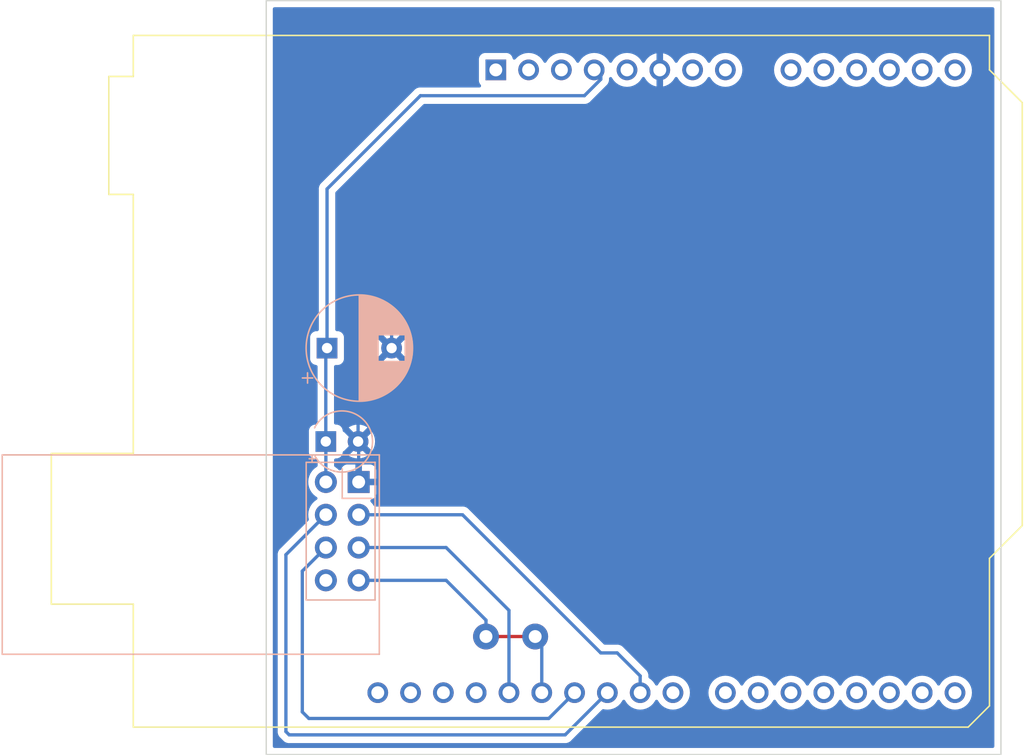
<source format=kicad_pcb>
(kicad_pcb (version 20211014) (generator pcbnew)
  (layers (0 "F.Cu" signal) (31 "B.Cu" signal) (34 "B.Paste" user) (35 "F.Paste" user) (36 "B.SilkS" user "B.Silkscreen") (37 "F.SilkS" user "F.Silkscreen") (38 "B.Mask" user) (39 "F.Mask" user) (44 "Edge.Cuts" user))
  (net 0 "")
  (net 1 "GND")
  (net 2 "Net-(A1-Pad4)")
  (net 3 "Net-(A1-Pad24)")
  (net 4 "Net-(A1-Pad25)")
  (net 5 "Net-(A1-Pad28)")
  (net 6 "Net-(A1-Pad26)")
  (net 7 "Net-(A1-Pad27)")
  (footprint "Module:Arduino_UNO_R3" (layer "F.Cu") (at 136.65 66.58)
    (fp_text reference "A1" hide)
    (fp_text value "Arduino_Leonardo" hide)
    (fp_line (start 38.23 -2.67) (end -28.07 -2.67) (layer "F.SilkS") (width 0.12))
    (fp_line (start 38.23 0) (end 38.23 -2.67) (layer "F.SilkS") (width 0.12))
    (fp_line (start -28.07 0.51) (end -29.97 0.51) (layer "F.SilkS") (width 0.12))
    (fp_line (start -28.07 29.72) (end -34.42 29.72) (layer "F.SilkS") (width 0.12))
    (fp_line (start 40.77 2.54) (end 38.23 0) (layer "F.SilkS") (width 0.12))
    (fp_line (start -34.42 41.4) (end -28.07 41.4) (layer "F.SilkS") (width 0.12))
    (fp_line (start 38.23 49.28) (end 38.23 37.85) (layer "F.SilkS") (width 0.12))
    (fp_line (start -34.42 29.72) (end -34.42 41.4) (layer "F.SilkS") (width 0.12))
    (fp_line (start 40.77 35.31) (end 40.77 2.54) (layer "F.SilkS") (width 0.12))
    (fp_line (start -28.07 41.4) (end -28.07 50.93) (layer "F.SilkS") (width 0.12))
    (fp_line (start 38.23 37.85) (end 40.77 35.31) (layer "F.SilkS") (width 0.12))
    (fp_line (start 36.58 50.93) (end 38.23 49.28) (layer "F.SilkS") (width 0.12))
    (fp_line (start -28.07 9.65) (end -28.07 29.72) (layer "F.SilkS") (width 0.12))
    (fp_line (start -29.97 0.51) (end -29.97 9.65) (layer "F.SilkS") (width 0.12))
    (fp_line (start -28.07 -2.67) (end -28.07 0.51) (layer "F.SilkS") (width 0.12))
    (fp_line (start -28.07 50.93) (end 36.58 50.93) (layer "F.SilkS") (width 0.12))
    (fp_line (start -29.97 9.65) (end -28.07 9.65) (layer "F.SilkS") (width 0.12))
    (pad "1" thru_hole rect (at 0 0 90) (size 1.6 1.6) (drill 1) (layers *.Cu *.Mask))
    (pad "2" thru_hole oval (at 2.54 0 90) (size 1.6 1.6) (drill 1) (layers *.Cu *.Mask))
    (pad "3" thru_hole oval (at 5.08 0 90) (size 1.6 1.6) (drill 1) (layers *.Cu *.Mask))
    (pad "4" thru_hole oval (at 7.62 0 90) (size 1.6 1.6) (drill 1) (layers *.Cu *.Mask) (net 2 "Net-(A1-Pad4)"))
    (pad "5" thru_hole oval (at 10.16 0 90) (size 1.6 1.6) (drill 1) (layers *.Cu *.Mask))
    (pad "6" thru_hole oval (at 12.7 0 90) (size 1.6 1.6) (drill 1) (layers *.Cu *.Mask) (net 1 "GND"))
    (pad "7" thru_hole oval (at 15.24 0 90) (size 1.6 1.6) (drill 1) (layers *.Cu *.Mask))
    (pad "8" thru_hole oval (at 17.78 0 90) (size 1.6 1.6) (drill 1) (layers *.Cu *.Mask))
    (pad "9" thru_hole oval (at 22.86 0 90) (size 1.6 1.6) (drill 1) (layers *.Cu *.Mask))
    (pad "10" thru_hole oval (at 25.4 0 90) (size 1.6 1.6) (drill 1) (layers *.Cu *.Mask))
    (pad "11" thru_hole oval (at 27.94 0 90) (size 1.6 1.6) (drill 1) (layers *.Cu *.Mask))
    (pad "12" thru_hole oval (at 30.48 0 90) (size 1.6 1.6) (drill 1) (layers *.Cu *.Mask))
    (pad "13" thru_hole oval (at 33.02 0 90) (size 1.6 1.6) (drill 1) (layers *.Cu *.Mask))
    (pad "14" thru_hole oval (at 35.56 0 90) (size 1.6 1.6) (drill 1) (layers *.Cu *.Mask))
    (pad "15" thru_hole oval (at 35.56 48.26 90) (size 1.6 1.6) (drill 1) (layers *.Cu *.Mask))
    (pad "16" thru_hole oval (at 33.02 48.26 90) (size 1.6 1.6) (drill 1) (layers *.Cu *.Mask))
    (pad "17" thru_hole oval (at 30.48 48.26 90) (size 1.6 1.6) (drill 1) (layers *.Cu *.Mask))
    (pad "18" thru_hole oval (at 27.94 48.26 90) (size 1.6 1.6) (drill 1) (layers *.Cu *.Mask))
    (pad "19" thru_hole oval (at 25.4 48.26 90) (size 1.6 1.6) (drill 1) (layers *.Cu *.Mask))
    (pad "20" thru_hole oval (at 22.86 48.26 90) (size 1.6 1.6) (drill 1) (layers *.Cu *.Mask))
    (pad "21" thru_hole oval (at 20.32 48.26 90) (size 1.6 1.6) (drill 1) (layers *.Cu *.Mask))
    (pad "22" thru_hole oval (at 17.78 48.26 90) (size 1.6 1.6) (drill 1) (layers *.Cu *.Mask))
    (pad "23" thru_hole oval (at 13.72 48.26 90) (size 1.6 1.6) (drill 1) (layers *.Cu *.Mask))
    (pad "24" thru_hole oval (at 11.18 48.26 90) (size 1.6 1.6) (drill 1) (layers *.Cu *.Mask) (net 3 "Net-(A1-Pad24)"))
    (pad "25" thru_hole oval (at 8.64 48.26 90) (size 1.6 1.6) (drill 1) (layers *.Cu *.Mask) (net 4 "Net-(A1-Pad25)"))
    (pad "26" thru_hole oval (at 6.1 48.26 90) (size 1.6 1.6) (drill 1) (layers *.Cu *.Mask) (net 6 "Net-(A1-Pad26)"))
    (pad "27" thru_hole oval (at 3.56 48.26 90) (size 1.6 1.6) (drill 1) (layers *.Cu *.Mask) (net 7 "Net-(A1-Pad27)"))
    (pad "28" thru_hole oval (at 1.02 48.26 90) (size 1.6 1.6) (drill 1) (layers *.Cu *.Mask) (net 5 "Net-(A1-Pad28)"))
    (pad "29" thru_hole oval (at -1.52 48.26 90) (size 1.6 1.6) (drill 1) (layers *.Cu *.Mask))
    (pad "30" thru_hole oval (at -4.06 48.26 90) (size 1.6 1.6) (drill 1) (layers *.Cu *.Mask))
    (pad "31" thru_hole oval (at -6.6 48.26 90) (size 1.6 1.6) (drill 1) (layers *.Cu *.Mask))
    (pad "32" thru_hole oval (at -9.14 48.26 90) (size 1.6 1.6) (drill 1) (layers *.Cu *.Mask))
  )
  (footprint "RF_Module:nRF24L01_Breakout" (layer "B.Cu") (at 126.03 98.515 180)
    (fp_text reference "U1" hide)
    (fp_text value "NRF24L01_Breakout" hide)
    (fp_line (start 4.064 1.524) (end 4.064 -9.144) (layer "B.SilkS") (width 0.12))
    (fp_line (start 27.6 -13.35) (end -1.6 -13.35) (layer "B.SilkS") (width 0.12))
    (fp_line (start 1.27 -1.27) (end -1.016 -1.27) (layer "B.SilkS") (width 0.12))
    (fp_line (start -1.6 -13.35) (end -1.6 2.1) (layer "B.SilkS") (width 0.12))
    (fp_line (start -1.27 1.524) (end 4.064 1.524) (layer "B.SilkS") (width 0.12))
    (fp_line (start 27.6 2.1) (end 27.6 -13.35) (layer "B.SilkS") (width 0.12))
    (fp_line (start -1.6 2.1) (end 27.6 2.1) (layer "B.SilkS") (width 0.12))
    (fp_line (start -1.6 2.1) (end -1.6 2.1) (layer "B.SilkS") (width 0.12))
    (fp_line (start -1.27 1.524) (end -1.27 1.524) (layer "B.SilkS") (width 0.12))
    (fp_line (start -1.016 -1.27) (end -1.016 -1.27) (layer "B.SilkS") (width 0.12))
    (fp_line (start 4.064 -9.144) (end -1.27 -9.144) (layer "B.SilkS") (width 0.12))
    (fp_line (start -1.27 -9.144) (end -1.27 -9.144) (layer "B.SilkS") (width 0.12))
    (fp_line (start -1.27 -9.144) (end -1.27 1.524) (layer "B.SilkS") (width 0.12))
    (fp_line (start 1.27 1.016) (end 1.27 -1.27) (layer "B.SilkS") (width 0.12))
    (pad "1" thru_hole rect (at 0 0 180) (size 1.7 1.7) (drill 1) (layers *.Cu *.Mask) (net 1 "GND"))
    (pad "2" thru_hole circle (at 2.54 0 180) (size 1.7 1.7) (drill 1) (layers *.Cu *.Mask) (net 2 "Net-(A1-Pad4)"))
    (pad "3" thru_hole circle (at 0 -2.54 180) (size 1.7 1.7) (drill 1) (layers *.Cu *.Mask) (net 3 "Net-(A1-Pad24)"))
    (pad "4" thru_hole circle (at 2.54 -2.54 180) (size 1.7 1.7) (drill 1) (layers *.Cu *.Mask) (net 4 "Net-(A1-Pad25)"))
    (pad "5" thru_hole circle (at 0 -5.08 180) (size 1.7 1.7) (drill 1) (layers *.Cu *.Mask) (net 5 "Net-(A1-Pad28)"))
    (pad "6" thru_hole circle (at 2.54 -5.08 180) (size 1.7 1.7) (drill 1) (layers *.Cu *.Mask) (net 6 "Net-(A1-Pad26)"))
    (pad "7" thru_hole circle (at 0 -7.62 180) (size 1.7 1.7) (drill 1) (layers *.Cu *.Mask) (net 7 "Net-(A1-Pad27)"))
    (pad "8" thru_hole circle (at 2.54 -7.62 180) (size 1.7 1.7) (drill 1) (layers *.Cu *.Mask))
  )
  (footprint "Capacitor_THT:CP_Radial_D8.0mm_P5.00mm" (layer "B.Cu") (at 123.581349 88.138)
    (fp_text reference "C2" hide)
    (fp_text value "C" hide)
    (fp_line (start 5.621 2.651) (end 5.621 1.04) (layer "B.SilkS") (width 0.12))
    (fp_line (start 4.261 -1.04) (end 4.261 -3.686) (layer "B.SilkS") (width 0.12))
    (fp_line (start 5.821 -1.04) (end 5.821 -2.4) (layer "B.SilkS") (width 0.12))
    (fp_line (start 4.341 3.647) (end 4.341 1.04) (layer "B.SilkS") (width 0.12))
    (fp_line (start 6.181 1.813) (end 6.181 -1.813) (layer "B.SilkS") (width 0.12))
    (fp_line (start 2.98 4.052) (end 2.98 -4.052) (layer "B.SilkS") (width 0.12))
    (fp_line (start 6.101 1.964) (end 6.101 -1.964) (layer "B.SilkS") (width 0.12))
    (fp_line (start 5.941 -1.04) (end 5.941 -2.228) (layer "B.SilkS") (width 0.12))
    (fp_line (start 5.661 2.604) (end 5.661 1.04) (layer "B.SilkS") (width 0.12))
    (fp_line (start 4.781 -1.04) (end 4.781 -3.392) (layer "B.SilkS") (width 0.12))
    (fp_line (start 6.541 0.768) (end 6.541 -0.768) (layer "B.SilkS") (width 0.12))
    (fp_line (start 2.94 4.057) (end 2.94 -4.057) (layer "B.SilkS") (width 0.12))
    (fp_line (start 6.221 1.731) (end 6.221 -1.731) (layer "B.SilkS") (width 0.12))
    (fp_line (start 5.181 3.09) (end 5.181 1.04) (layer "B.SilkS") (width 0.12))
    (fp_line (start 2.58 4.08) (end 2.58 -4.08) (layer "B.SilkS") (width 0.12))
    (fp_line (start 6.261 1.645) (end 6.261 -1.645) (layer "B.SilkS") (width 0.12))
    (fp_line (start 5.661 -1.04) (end 5.661 -2.604) (layer "B.SilkS") (width 0.12))
    (fp_line (start 3.741 3.889) (end 3.741 -3.889) (layer "B.SilkS") (width 0.12))
    (fp_line (start 5.381 -1.04) (end 5.381 -2.907) (layer "B.SilkS") (width 0.12))
    (fp_line (start 5.181 -1.04) (end 5.181 -3.09) (layer "B.SilkS") (width 0.12))
    (fp_line (start 3.781 3.877) (end 3.781 -3.877) (layer "B.SilkS") (width 0.12))
    (fp_line (start 4.341 -1.04) (end 4.341 -3.647) (layer "B.SilkS") (width 0.12))
    (fp_line (start 5.061 -1.04) (end 5.061 -3.189) (layer "B.SilkS") (width 0.12))
    (fp_line (start 5.861 -1.04) (end 5.861 -2.345) (layer "B.SilkS") (width 0.12))
    (fp_line (start 4.421 3.606) (end 4.421 1.04) (layer "B.SilkS") (width 0.12))
    (fp_line (start 4.021 3.79) (end 4.021 1.04) (layer "B.SilkS") (width 0.12))
    (fp_line (start 3.621 3.925) (end 3.621 -3.925) (layer "B.SilkS") (width 0.12))
    (fp_line (start 5.141 -1.04) (end 5.141 -3.124) (layer "B.SilkS") (width 0.12))
    (fp_line (start 3.821 3.863) (end 3.821 -3.863) (layer "B.SilkS") (width 0.12))
    (fp_line (start 5.501 2.784) (end 5.501 1.04) (layer "B.SilkS") (width 0.12))
    (fp_line (start 3.02 4.048) (end 3.02 -4.048) (layer "B.SilkS") (width 0.12))
    (fp_line (start 4.141 -1.04) (end 4.141 -3.74) (layer "B.SilkS") (width 0.12))
    (fp_line (start 3.261 4.01) (end 3.261 -4.01) (layer "B.SilkS") (width 0.12))
    (fp_line (start 5.261 -1.04) (end 5.261 -3.019) (layer "B.SilkS") (width 0.12))
    (fp_line (start 6.301 1.552) (end 6.301 -1.552) (layer "B.SilkS") (width 0.12))
    (fp_line (start 3.1 4.037) (end 3.1 -4.037) (layer "B.SilkS") (width 0.12))
    (fp_line (start 4.301 3.666) (end 4.301 1.04) (layer "B.SilkS") (width 0.12))
    (fp_line (start 2.82 4.068) (end 2.82 -4.068) (layer "B.SilkS") (width 0.12))
    (fp_line (start 5.701 2.556) (end 5.701 1.04) (layer "B.SilkS") (width 0.12))
    (fp_line (start 3.981 3.805) (end 3.981 1.04) (layer "B.SilkS") (width 0.12))
    (fp_line (start 4.501 3.562) (end 4.501 1.04) (layer "B.SilkS") (width 0.12))
    (fp_line (start 4.941 -1.04) (end 4.941 -3.28) (layer "B.SilkS") (width 0.12))
    (fp_line (start 5.581 2.697) (end 5.581 1.04) (layer "B.SilkS") (width 0.12))
    (fp_line (start 3.501 3.957) (end 3.501 -3.957) (layer "B.SilkS") (width 0.12))
    (fp_line (start 3.221 4.017) (end 3.221 -4.017) (layer "B.SilkS") (width 0.12))
    (fp_line (start 2.54 4.08) (end 2.54 -4.08) (layer "B.SilkS") (width 0.12))
    (fp_line (start 5.061 3.189) (end 5.061 1.04) (layer "B.SilkS") (width 0.12))
    (fp_line (start 4.901 3.309) (end 4.901 1.04) (layer "B.SilkS") (width 0.12))
    (fp_line (start 5.221 -1.04) (end 5.221 -3.055) (layer "B.SilkS") (width 0.12))
    (fp_line (start 4.141 3.74) (end 4.141 1.04) (layer "B.SilkS") (width 0.12))
    (fp_line (start -1.909698 2.315) (end -1.109698 2.315) (layer "B.SilkS") (width 0.12))
    (fp_line (start 5.541 -1.04) (end 5.541 -2.741) (layer "B.SilkS") (width 0.12))
    (fp_line (start 2.78 4.071) (end 2.78 -4.071) (layer "B.SilkS") (width 0.12))
    (fp_line (start 3.541 3.947) (end 3.541 -3.947) (layer "B.SilkS") (width 0.12))
    (fp_line (start 6.021 -1.04) (end 6.021 -2.102) (layer "B.SilkS") (width 0.12))
    (fp_line (start 4.461 -1.04) (end 4.461 -3.584) (layer "B.SilkS") (width 0.12))
    (fp_line (start 4.741 3.418) (end 4.741 1.04) (layer "B.SilkS") (width 0.12))
    (fp_line (start 4.101 -1.04) (end 4.101 -3.757) (layer "B.SilkS") (width 0.12))
    (fp_line (start 4.981 3.25) (end 4.981 1.04) (layer "B.SilkS") (width 0.12))
    (fp_line (start 5.141 3.124) (end 5.141 1.04) (layer "B.SilkS") (width 0.12))
    (fp_line (start 2.7 4.076) (end 2.7 -4.076) (layer "B.SilkS") (width 0.12))
    (fp_line (start 3.461 3.967) (end 3.461 -3.967) (layer "B.SilkS") (width 0.12))
    (fp_line (start -1.509698 2.715) (end -1.509698 1.915) (layer "B.SilkS") (width 0.12))
    (fp_line (start 2.66 4.077) (end 2.66 -4.077) (layer "B.SilkS") (width 0.12))
    (fp_line (start 2.9 4.061) (end 2.9 -4.061) (layer "B.SilkS") (width 0.12))
    (fp_line (start 5.821 2.4) (end 5.821 1.04) (layer "B.SilkS") (width 0.12))
    (fp_line (start 6.061 2.034) (end 6.061 -2.034) (layer "B.SilkS") (width 0.12))
    (fp_line (start 3.941 3.821) (end 3.941 -3.821) (layer "B.SilkS") (width 0.12))
    (fp_line (start 4.661 -1.04) (end 4.661 -3.469) (layer "B.SilkS") (width 0.12))
    (fp_line (start 5.221 3.055) (end 5.221 1.04) (layer "B.SilkS") (width 0.12))
    (fp_line (start 4.541 -1.04) (end 4.541 -3.54) (layer "B.SilkS") (width 0.12))
    (fp_line (start 5.861 2.345) (end 5.861 1.04) (layer "B.SilkS") (width 0.12))
    (fp_line (start 6.021 2.102) (end 6.021 1.04) (layer "B.SilkS") (width 0.12))
    (fp_line (start 4.581 3.517) (end 4.581 1.04) (layer "B.SilkS") (width 0.12))
    (fp_line (start 4.741 -1.04) (end 4.741 -3.418) (layer "B.SilkS") (width 0.12))
    (fp_line (start 4.701 3.444) (end 4.701 1.04) (layer "B.SilkS") (width 0.12))
    (fp_line (start 6.421 1.229) (end 6.421 -1.229) (layer "B.SilkS") (width 0.12))
    (fp_line (start 5.341 -1.04) (end 5.341 -2.945) (layer "B.SilkS") (width 0.12))
    (fp_line (start 3.381 3.985) (end 3.381 -3.985) (layer "B.SilkS") (width 0.12))
    (fp_line (start 4.381 -1.04) (end 4.381 -3.627) (layer "B.SilkS") (width 0.12))
    (fp_line (start 5.781 -1.04) (end 5.781 -2.454) (layer "B.SilkS") (width 0.12))
    (fp_line (start 6.381 1.346) (end 6.381 -1.346) (layer "B.SilkS") (width 0.12))
    (fp_line (start 5.461 2.826) (end 5.461 1.04) (layer "B.SilkS") (width 0.12))
    (fp_line (start 4.181 -1.04) (end 4.181 -3.722) (layer "B.SilkS") (width 0.12))
    (fp_line (start 4.221 3.704) (end 4.221 1.04) (layer "B.SilkS") (width 0.12))
    (fp_line (start 6.341 1.453) (end 6.341 -1.453) (layer "B.SilkS") (width 0.12))
    (fp_line (start 4.061 -1.04) (end 4.061 -3.774) (layer "B.SilkS") (width 0.12))
    (fp_line (start 5.461 -1.04) (end 5.461 -2.826) (layer "B.SilkS") (width 0.12))
    (fp_line (start 4.501 -1.04) (end 4.501 -3.562) (layer "B.SilkS") (width 0.12))
    (fp_line (start 3.301 4.002) (end 3.301 -4.002) (layer "B.SilkS") (width 0.12))
    (fp_line (start 4.621 3.493) (end 4.621 1.04) (layer "B.SilkS") (width 0.12))
    (fp_line (start 4.661 3.469) (end 4.661 1.04) (layer "B.SilkS") (width 0.12))
    (fp_line (start 4.581 -1.04) (end 4.581 -3.517) (layer "B.SilkS") (width 0.12))
    (fp_line (start 6.141 1.89) (end 6.141 -1.89) (layer "B.SilkS") (width 0.12))
    (fp_line (start 5.941 2.228) (end 5.941 1.04) (layer "B.SilkS") (width 0.12))
    (fp_line (start 2.62 4.079) (end 2.62 -4.079) (layer "B.SilkS") (width 0.12))
    (fp_line (start 5.741 2.505) (end 5.741 1.04) (layer "B.SilkS") (width 0.12))
    (fp_line (start 4.181 3.722) (end 4.181 1.04) (layer "B.SilkS") (width 0.12))
    (fp_line (start 4.021 -1.04) (end 4.021 -3.79) (layer "B.SilkS") (width 0.12))
    (fp_line (start 2.86 4.065) (end 2.86 -4.065) (layer "B.SilkS") (width 0.12))
    (fp_line (start 4.981 -1.04) (end 4.981 -3.25) (layer "B.SilkS") (width 0.12))
    (fp_line (start 6.581 0.533) (end 6.581 -0.533) (layer "B.SilkS") (width 0.12))
    (fp_line (start 4.941 3.28) (end 4.941 1.04) (layer "B.SilkS") (width 0.12))
    (fp_line (start 5.381 2.907) (end 5.381 1.04) (layer "B.SilkS") (width 0.12))
    (fp_line (start 5.301 -1.04) (end 5.301 -2.983) (layer "B.SilkS") (width 0.12))
    (fp_line (start 5.021 -1.04) (end 5.021 -3.22) (layer "B.SilkS") (width 0.12))
    (fp_line (start 4.101 3.757) (end 4.101 1.04) (layer "B.SilkS") (width 0.12))
    (fp_line (start 4.261 3.686) (end 4.261 1.04) (layer "B.SilkS") (width 0.12))
    (fp_line (start 2.74 4.074) (end 2.74 -4.074) (layer "B.SilkS") (width 0.12))
    (fp_line (start 4.301 -1.04) (end 4.301 -3.666) (layer "B.SilkS") (width 0.12))
    (fp_line (start 4.821 3.365) (end 4.821 1.04) (layer "B.SilkS") (width 0.12))
    (fp_line (start 4.781 3.392) (end 4.781 1.04) (layer "B.SilkS") (width 0.12))
    (fp_line (start 5.261 3.019) (end 5.261 1.04) (layer "B.SilkS") (width 0.12))
    (fp_line (start 4.061 3.774) (end 4.061 1.04) (layer "B.SilkS") (width 0.12))
    (fp_line (start 6.501 0.948) (end 6.501 -0.948) (layer "B.SilkS") (width 0.12))
    (fp_line (start 3.981 -1.04) (end 3.981 -3.805) (layer "B.SilkS") (width 0.12))
    (fp_line (start 4.421 -1.04) (end 4.421 -3.606) (layer "B.SilkS") (width 0.12))
    (fp_line (start 3.701 3.902) (end 3.701 -3.902) (layer "B.SilkS") (width 0.12))
    (fp_line (start 5.901 -1.04) (end 5.901 -2.287) (layer "B.SilkS") (width 0.12))
    (fp_line (start 3.581 3.936) (end 3.581 -3.936) (layer "B.SilkS") (width 0.12))
    (fp_line (start 4.541 3.54) (end 4.541 1.04) (layer "B.SilkS") (width 0.12))
    (fp_line (start 5.101 3.156) (end 5.101 1.04) (layer "B.SilkS") (width 0.12))
    (fp_line (start 5.901 2.287) (end 5.901 1.04) (layer "B.SilkS") (width 0.12))
    (fp_line (start 5.341 2.945) (end 5.341 1.04) (layer "B.SilkS") (width 0.12))
    (fp_line (start 5.621 -1.04) (end 5.621 -2.651) (layer "B.SilkS") (width 0.12))
    (fp_line (start 3.14 4.03) (end 3.14 -4.03) (layer "B.SilkS") (width 0.12))
    (fp_line (start 5.701 -1.04) (end 5.701 -2.556) (layer "B.SilkS") (width 0.12))
    (fp_line (start 3.18 4.024) (end 3.18 -4.024) (layer "B.SilkS") (width 0.12))
    (fp_line (start 5.541 2.741) (end 5.541 1.04) (layer "B.SilkS") (width 0.12))
    (fp_line (start 3.661 3.914) (end 3.661 -3.914) (layer "B.SilkS") (width 0.12))
    (fp_line (start 5.301 2.983) (end 5.301 1.04) (layer "B.SilkS") (width 0.12))
    (fp_line (start 3.861 3.85) (end 3.861 -3.85) (layer "B.SilkS") (width 0.12))
    (fp_line (start 5.501 -1.04) (end 5.501 -2.784) (layer "B.SilkS") (width 0.12))
    (fp_line (start 6.461 1.098) (end 6.461 -1.098) (layer "B.SilkS") (width 0.12))
    (fp_line (start 4.381 3.627) (end 4.381 1.04) (layer "B.SilkS") (width 0.12))
    (fp_line (start 4.461 3.584) (end 4.461 1.04) (layer "B.SilkS") (width 0.12))
    (fp_line (start 4.221 -1.04) (end 4.221 -3.704) (layer "B.SilkS") (width 0.12))
    (fp_line (start 4.701 -1.04) (end 4.701 -3.444) (layer "B.SilkS") (width 0.12))
    (fp_line (start 5.741 -1.04) (end 5.741 -2.505) (layer "B.SilkS") (width 0.12))
    (fp_line (start 5.421 2.867) (end 5.421 1.04) (layer "B.SilkS") (width 0.12))
    (fp_line (start 5.581 -1.04) (end 5.581 -2.697) (layer "B.SilkS") (width 0.12))
    (fp_line (start 4.861 -1.04) (end 4.861 -3.338) (layer "B.SilkS") (width 0.12))
    (fp_line (start 4.861 3.338) (end 4.861 1.04) (layer "B.SilkS") (width 0.12))
    (fp_line (start 5.101 -1.04) (end 5.101 -3.156) (layer "B.SilkS") (width 0.12))
    (fp_line (start 4.821 -1.04) (end 4.821 -3.365) (layer "B.SilkS") (width 0.12))
    (fp_line (start 4.621 -1.04) (end 4.621 -3.493) (layer "B.SilkS") (width 0.12))
    (fp_line (start 3.06 4.042) (end 3.06 -4.042) (layer "B.SilkS") (width 0.12))
    (fp_line (start 3.421 3.976) (end 3.421 -3.976) (layer "B.SilkS") (width 0.12))
    (fp_line (start 5.421 -1.04) (end 5.421 -2.867) (layer "B.SilkS") (width 0.12))
    (fp_line (start 3.901 3.835) (end 3.901 -3.835) (layer "B.SilkS") (width 0.12))
    (fp_line (start 4.901 -1.04) (end 4.901 -3.309) (layer "B.SilkS") (width 0.12))
    (fp_line (start 5.781 2.454) (end 5.781 1.04) (layer "B.SilkS") (width 0.12))
    (fp_line (start 3.341 3.994) (end 3.341 -3.994) (layer "B.SilkS") (width 0.12))
    (fp_line (start 5.981 -1.04) (end 5.981 -2.166) (layer "B.SilkS") (width 0.12))
    (fp_line (start 5.021 3.22) (end 5.021 1.04) (layer "B.SilkS") (width 0.12))
    (fp_line (start 2.5 4.08) (end 2.5 -4.08) (layer "B.SilkS") (width 0.12))
    (fp_line (start 5.981 2.166) (end 5.981 1.04) (layer "B.SilkS") (width 0.12))
    (fp_circle (center 2.5 0) (end 6.62 0) (layer "B.SilkS") (width 0.12) (fill none))
    (pad "1" thru_hole rect (at 0 0) (size 1.6 1.6) (drill 0.8) (layers *.Cu *.Mask) (net 2 "Net-(A1-Pad4)"))
    (pad "2" thru_hole circle (at 5 0) (size 1.6 1.6) (drill 0.8) (layers *.Cu *.Mask) (net 1 "GND"))
  )
  (footprint "Capacitor_THT:CP_Radial_Tantal_D4.5mm_P2.50mm" (layer "B.Cu") (at 123.485144 95.377)
    (fp_text reference "C1" hide)
    (fp_text value "C" hide)
    (fp_line (start -1.062288 1.56) (end -1.062288 1.11) (layer "B.SilkS") (width 0.12))
    (fp_line (start -1.287288 1.335) (end -0.837288 1.335) (layer "B.SilkS") (width 0.12))
    (fp_arc (start -0.869741 -1.06) (mid 3.62 0) (end -0.869741 1.06) (layer "B.SilkS") (width 0.12))
    (pad "1" thru_hole rect (at 0 0) (size 1.6 1.6) (drill 0.8) (layers *.Cu *.Mask) (net 2 "Net-(A1-Pad4)"))
    (pad "2" thru_hole circle (at 2.5 0) (size 1.6 1.6) (drill 0.8) (layers *.Cu *.Mask) (net 1 "GND"))
  )
  (gr_rect (start 118.872 61.214) (end 175.768 119.634) (layer "Edge.Cuts") (width 0.1) (fill none))
  (segment (start 149.35 67.82) (end 149.35 66.58) (width 0.254) (layer "B.Cu") (net 1))
  (segment (start 128.581349 88.138) (end 128.581349 77.158651) (width 0.254) (layer "B.Cu") (net 1))
  (segment (start 134.62 71.12) (end 146.05 71.12) (width 0.254) (layer "B.Cu") (net 1))
  (segment (start 125.985144 95.377) (end 125.985144 90.734205) (width 0.254) (layer "B.Cu") (net 1))
  (segment (start 126.03 95.421856) (end 125.985144 95.377) (width 0.254) (layer "B.Cu") (net 1))
  (segment (start 128.581349 77.158651) (end 134.62 71.12) (width 0.254) (layer "B.Cu") (net 1))
  (segment (start 126.03 98.515) (end 126.03 95.421856) (width 0.254) (layer "B.Cu") (net 1))
  (segment (start 125.985144 90.734205) (end 128.581349 88.138) (width 0.254) (layer "B.Cu") (net 1))
  (segment (start 146.05 71.12) (end 149.35 67.82) (width 0.254) (layer "B.Cu") (net 1))
  (segment (start 123.49 98.515) (end 123.49 95.381856) (width 0.254) (layer "B.Cu") (net 2))
  (segment (start 144.78 67.31) (end 144.78 67.09) (width 0.254) (layer "B.Cu") (net 2))
  (segment (start 123.835349 95.026795) (end 123.485144 95.377) (width 0.254) (layer "B.Cu") (net 2))
  (segment (start 123.49 95.381856) (end 123.485144 95.377) (width 0.254) (layer "B.Cu") (net 2))
  (segment (start 123.581349 88.138) (end 123.581349 75.808651) (width 0.254) (layer "B.Cu") (net 2))
  (segment (start 144.78 67.09) (end 144.27 66.58) (width 0.254) (layer "B.Cu") (net 2))
  (segment (start 123.485144 95.377) (end 123.485144 88.234205) (width 0.254) (layer "B.Cu") (net 2))
  (segment (start 123.581349 75.808651) (end 130.81 68.58) (width 0.254) (layer "B.Cu") (net 2))
  (segment (start 123.485144 88.234205) (end 123.581349 88.138) (width 0.254) (layer "B.Cu") (net 2))
  (segment (start 143.51 68.58) (end 144.78 67.31) (width 0.254) (layer "B.Cu") (net 2))
  (segment (start 130.81 68.58) (end 143.51 68.58) (width 0.254) (layer "B.Cu") (net 2))
  (segment (start 147.83 113.54) (end 147.83 114.84) (width 0.254) (layer "B.Cu") (net 3))
  (segment (start 126.03 101.055) (end 134.075 101.055) (width 0.254) (layer "B.Cu") (net 3))
  (segment (start 146.05 111.76) (end 147.83 113.54) (width 0.254) (layer "B.Cu") (net 3))
  (segment (start 144.78 111.76) (end 146.05 111.76) (width 0.254) (layer "B.Cu") (net 3))
  (segment (start 134.075 101.055) (end 144.78 111.76) (width 0.254) (layer "B.Cu") (net 3))
  (segment (start 120.65 118.11) (end 142.02 118.11) (width 0.254) (layer "B.Cu") (net 4))
  (segment (start 142.02 118.11) (end 145.29 114.84) (width 0.254) (layer "B.Cu") (net 4))
  (segment (start 123.49 101.055) (end 120.396 104.149) (width 0.254) (layer "B.Cu") (net 4))
  (segment (start 120.396 117.856) (end 120.65 118.11) (width 0.254) (layer "B.Cu") (net 4))
  (segment (start 120.396 104.149) (end 120.396 117.856) (width 0.254) (layer "B.Cu") (net 4))
  (segment (start 126.03 103.595) (end 132.805 103.595) (width 0.254) (layer "B.Cu") (net 5))
  (segment (start 137.67 108.46) (end 137.67 114.84) (width 0.254) (layer "B.Cu") (net 5))
  (segment (start 132.805 103.595) (end 137.67 108.46) (width 0.254) (layer "B.Cu") (net 5))
  (segment (start 140.75 116.84) (end 142.75 114.84) (width 0.254) (layer "B.Cu") (net 6))
  (segment (start 123.49 103.595) (end 121.666 105.419) (width 0.254) (layer "B.Cu") (net 6))
  (segment (start 121.666 105.419) (end 121.666 116.332) (width 0.254) (layer "B.Cu") (net 6))
  (segment (start 121.666 116.332) (end 122.174 116.84) (width 0.254) (layer "B.Cu") (net 6))
  (segment (start 122.174 116.84) (end 140.75 116.84) (width 0.254) (layer "B.Cu") (net 6))
  (segment (start 135.89 110.49) (end 139.7 110.49) (width 0.254) (layer "F.Cu") (net 7))
  (via (at 139.7 110.49) (size 2) (drill 1) (layers "F.Cu" "B.Cu") (net 7))
  (via (at 135.89 110.49) (size 2) (drill 1) (layers "F.Cu" "B.Cu") (net 7))
  (segment (start 132.805 106.135) (end 135.89 109.22) (width 0.254) (layer "B.Cu") (net 7))
  (segment (start 135.89 109.22) (end 135.89 110.49) (width 0.254) (layer "B.Cu") (net 7))
  (segment (start 140.21 111) (end 140.21 114.84) (width 0.254) (layer "B.Cu") (net 7))
  (segment (start 139.7 110.49) (end 140.21 111) (width 0.254) (layer "B.Cu") (net 7))
  (segment (start 126.03 106.135) (end 132.805 106.135) (width 0.254) (layer "B.Cu") (net 7))
  (zone (net 1) (net_name "GND") (layer "B.Cu") (connect_pads (clearance 0.508)) (min_thickness 0.254) (fill yes (thermal_gap 0.508) (thermal_bridge_width 0.508))
    (polygon (pts (xy 175.768 119.634) (xy 118.872 119.634) (xy 118.872 61.214) (xy 175.768 61.214)))
  )
)
</source>
